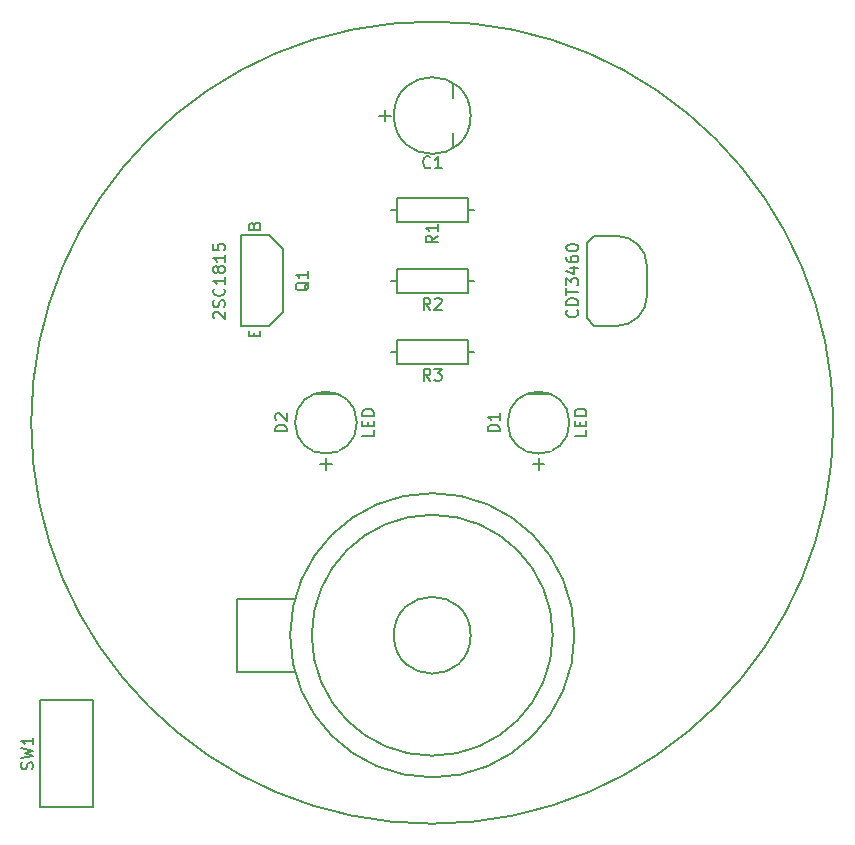
<source format=gto>
G04 #@! TF.FileFunction,Legend,Top*
%FSLAX46Y46*%
G04 Gerber Fmt 4.6, Leading zero omitted, Abs format (unit mm)*
G04 Created by KiCad (PCBNEW 4.0.2-stable) date 2016/06/28 0:10:47*
%MOMM*%
G01*
G04 APERTURE LIST*
%ADD10C,0.100000*%
%ADD11C,0.200000*%
%ADD12C,0.150000*%
%ADD13C,2.600000*%
%ADD14R,2.200000X2.200000*%
%ADD15C,2.200000*%
%ADD16R,2.000000X2.000000*%
%ADD17C,2.000000*%
%ADD18C,1.900000*%
%ADD19R,1.924000X1.924000*%
G04 APERTURE END LIST*
D10*
D11*
X181955854Y-103000000D02*
G75*
G03X181955854Y-103000000I-33955854J0D01*
G01*
D12*
X136300000Y-117900000D02*
X131500000Y-117900000D01*
X131500000Y-117900000D02*
X131500000Y-124100000D01*
X131500000Y-124100000D02*
X136300000Y-124100000D01*
X160032976Y-121000000D02*
G75*
G03X160032976Y-121000000I-12032976J0D01*
G01*
X158200490Y-121000000D02*
G75*
G03X158200490Y-121000000I-10200490J0D01*
G01*
X151250138Y-121000000D02*
G75*
G03X151250138Y-121000000I-3250138J0D01*
G01*
X149750000Y-79750000D02*
X149750000Y-78500000D01*
X149750000Y-74250000D02*
X149750000Y-75500000D01*
X151250000Y-77000000D02*
G75*
G03X151250000Y-77000000I-3250000J0D01*
G01*
X144000000Y-76500000D02*
X144000000Y-77500000D01*
X143750000Y-77000000D02*
X143500000Y-77000000D01*
X144500000Y-77000000D02*
X143750000Y-77000000D01*
X158000000Y-100600000D02*
X156000000Y-100600000D01*
X157500000Y-106500000D02*
X156500000Y-106500000D01*
X157000000Y-106000000D02*
X157000000Y-107000000D01*
X159617250Y-103000000D02*
G75*
G03X159617250Y-103000000I-2617250J0D01*
G01*
X140000000Y-100600000D02*
X138000000Y-100600000D01*
X139500000Y-106500000D02*
X138500000Y-106500000D01*
X139000000Y-106000000D02*
X139000000Y-107000000D01*
X141617250Y-103000000D02*
G75*
G03X141617250Y-103000000I-2617250J0D01*
G01*
X134200000Y-87090000D02*
X135400000Y-88290000D01*
X135400000Y-88290000D02*
X135400000Y-93590000D01*
X134200000Y-94790000D02*
X135400000Y-93590000D01*
X131800000Y-94790000D02*
X134200000Y-94790000D01*
X131800000Y-90990000D02*
X131800000Y-87090000D01*
X131800000Y-87090000D02*
X134200000Y-87090000D01*
X131800000Y-90990000D02*
X131800000Y-94790000D01*
X151000000Y-85000000D02*
X151500000Y-85000000D01*
X145000000Y-85000000D02*
X144500000Y-85000000D01*
X151000000Y-86000000D02*
X145000000Y-86000000D01*
X145000000Y-86000000D02*
X145000000Y-84000000D01*
X151000000Y-84000000D02*
X151000000Y-86000000D01*
X145000000Y-84000000D02*
X151000000Y-84000000D01*
X151000000Y-91000000D02*
X151500000Y-91000000D01*
X145000000Y-91000000D02*
X144500000Y-91000000D01*
X151000000Y-92000000D02*
X145000000Y-92000000D01*
X145000000Y-92000000D02*
X145000000Y-90000000D01*
X151000000Y-90000000D02*
X151000000Y-92000000D01*
X145000000Y-90000000D02*
X151000000Y-90000000D01*
X151000000Y-97000000D02*
X151500000Y-97000000D01*
X145000000Y-97000000D02*
X144500000Y-97000000D01*
X151000000Y-98000000D02*
X145000000Y-98000000D01*
X145000000Y-98000000D02*
X145000000Y-96000000D01*
X151000000Y-96000000D02*
X151000000Y-98000000D01*
X145000000Y-96000000D02*
X151000000Y-96000000D01*
X119250000Y-131000000D02*
X119250000Y-126500000D01*
X119250000Y-126500000D02*
X115000000Y-126500000D01*
X115000000Y-126500000D02*
X114750000Y-126500000D01*
X114750000Y-126500000D02*
X114750000Y-135500000D01*
X114750000Y-135500000D02*
X119250000Y-135500000D01*
X119250000Y-135500000D02*
X119250000Y-131000000D01*
X161095000Y-94175000D02*
X161095000Y-87825000D01*
X161095000Y-87825000D02*
X161730000Y-87190000D01*
X161730000Y-87190000D02*
X163635000Y-87190000D01*
X161095000Y-94175000D02*
X161730000Y-94810000D01*
X161730000Y-94810000D02*
X163635000Y-94810000D01*
X166175000Y-92270000D02*
X166175000Y-89730000D01*
X166175000Y-89730000D02*
G75*
G03X163635000Y-87190000I-2540000J0D01*
G01*
X163635000Y-94810000D02*
G75*
G03X166175000Y-92270000I0J2540000D01*
G01*
X147833334Y-81357143D02*
X147785715Y-81404762D01*
X147642858Y-81452381D01*
X147547620Y-81452381D01*
X147404762Y-81404762D01*
X147309524Y-81309524D01*
X147261905Y-81214286D01*
X147214286Y-81023810D01*
X147214286Y-80880952D01*
X147261905Y-80690476D01*
X147309524Y-80595238D01*
X147404762Y-80500000D01*
X147547620Y-80452381D01*
X147642858Y-80452381D01*
X147785715Y-80500000D01*
X147833334Y-80547619D01*
X148785715Y-81452381D02*
X148214286Y-81452381D01*
X148500000Y-81452381D02*
X148500000Y-80452381D01*
X148404762Y-80595238D01*
X148309524Y-80690476D01*
X148214286Y-80738095D01*
X153702381Y-103738095D02*
X152702381Y-103738095D01*
X152702381Y-103500000D01*
X152750000Y-103357142D01*
X152845238Y-103261904D01*
X152940476Y-103214285D01*
X153130952Y-103166666D01*
X153273810Y-103166666D01*
X153464286Y-103214285D01*
X153559524Y-103261904D01*
X153654762Y-103357142D01*
X153702381Y-103500000D01*
X153702381Y-103738095D01*
X153702381Y-102214285D02*
X153702381Y-102785714D01*
X153702381Y-102500000D02*
X152702381Y-102500000D01*
X152845238Y-102595238D01*
X152940476Y-102690476D01*
X152988095Y-102785714D01*
X161052381Y-103642857D02*
X161052381Y-104119048D01*
X160052381Y-104119048D01*
X160528571Y-103309524D02*
X160528571Y-102976190D01*
X161052381Y-102833333D02*
X161052381Y-103309524D01*
X160052381Y-103309524D01*
X160052381Y-102833333D01*
X161052381Y-102404762D02*
X160052381Y-102404762D01*
X160052381Y-102166667D01*
X160100000Y-102023809D01*
X160195238Y-101928571D01*
X160290476Y-101880952D01*
X160480952Y-101833333D01*
X160623810Y-101833333D01*
X160814286Y-101880952D01*
X160909524Y-101928571D01*
X161004762Y-102023809D01*
X161052381Y-102166667D01*
X161052381Y-102404762D01*
X135702381Y-103738095D02*
X134702381Y-103738095D01*
X134702381Y-103500000D01*
X134750000Y-103357142D01*
X134845238Y-103261904D01*
X134940476Y-103214285D01*
X135130952Y-103166666D01*
X135273810Y-103166666D01*
X135464286Y-103214285D01*
X135559524Y-103261904D01*
X135654762Y-103357142D01*
X135702381Y-103500000D01*
X135702381Y-103738095D01*
X134797619Y-102785714D02*
X134750000Y-102738095D01*
X134702381Y-102642857D01*
X134702381Y-102404761D01*
X134750000Y-102309523D01*
X134797619Y-102261904D01*
X134892857Y-102214285D01*
X134988095Y-102214285D01*
X135130952Y-102261904D01*
X135702381Y-102833333D01*
X135702381Y-102214285D01*
X143052381Y-103642857D02*
X143052381Y-104119048D01*
X142052381Y-104119048D01*
X142528571Y-103309524D02*
X142528571Y-102976190D01*
X143052381Y-102833333D02*
X143052381Y-103309524D01*
X142052381Y-103309524D01*
X142052381Y-102833333D01*
X143052381Y-102404762D02*
X142052381Y-102404762D01*
X142052381Y-102166667D01*
X142100000Y-102023809D01*
X142195238Y-101928571D01*
X142290476Y-101880952D01*
X142480952Y-101833333D01*
X142623810Y-101833333D01*
X142814286Y-101880952D01*
X142909524Y-101928571D01*
X143004762Y-102023809D01*
X143052381Y-102166667D01*
X143052381Y-102404762D01*
X137547619Y-91095238D02*
X137500000Y-91190476D01*
X137404762Y-91285714D01*
X137261905Y-91428571D01*
X137214286Y-91523810D01*
X137214286Y-91619048D01*
X137452381Y-91571429D02*
X137404762Y-91666667D01*
X137309524Y-91761905D01*
X137119048Y-91809524D01*
X136785714Y-91809524D01*
X136595238Y-91761905D01*
X136500000Y-91666667D01*
X136452381Y-91571429D01*
X136452381Y-91380952D01*
X136500000Y-91285714D01*
X136595238Y-91190476D01*
X136785714Y-91142857D01*
X137119048Y-91142857D01*
X137309524Y-91190476D01*
X137404762Y-91285714D01*
X137452381Y-91380952D01*
X137452381Y-91571429D01*
X137452381Y-90190476D02*
X137452381Y-90761905D01*
X137452381Y-90476191D02*
X136452381Y-90476191D01*
X136595238Y-90571429D01*
X136690476Y-90666667D01*
X136738095Y-90761905D01*
X129547619Y-94166667D02*
X129500000Y-94119048D01*
X129452381Y-94023810D01*
X129452381Y-93785714D01*
X129500000Y-93690476D01*
X129547619Y-93642857D01*
X129642857Y-93595238D01*
X129738095Y-93595238D01*
X129880952Y-93642857D01*
X130452381Y-94214286D01*
X130452381Y-93595238D01*
X130404762Y-93214286D02*
X130452381Y-93071429D01*
X130452381Y-92833333D01*
X130404762Y-92738095D01*
X130357143Y-92690476D01*
X130261905Y-92642857D01*
X130166667Y-92642857D01*
X130071429Y-92690476D01*
X130023810Y-92738095D01*
X129976190Y-92833333D01*
X129928571Y-93023810D01*
X129880952Y-93119048D01*
X129833333Y-93166667D01*
X129738095Y-93214286D01*
X129642857Y-93214286D01*
X129547619Y-93166667D01*
X129500000Y-93119048D01*
X129452381Y-93023810D01*
X129452381Y-92785714D01*
X129500000Y-92642857D01*
X130357143Y-91642857D02*
X130404762Y-91690476D01*
X130452381Y-91833333D01*
X130452381Y-91928571D01*
X130404762Y-92071429D01*
X130309524Y-92166667D01*
X130214286Y-92214286D01*
X130023810Y-92261905D01*
X129880952Y-92261905D01*
X129690476Y-92214286D01*
X129595238Y-92166667D01*
X129500000Y-92071429D01*
X129452381Y-91928571D01*
X129452381Y-91833333D01*
X129500000Y-91690476D01*
X129547619Y-91642857D01*
X130452381Y-90690476D02*
X130452381Y-91261905D01*
X130452381Y-90976191D02*
X129452381Y-90976191D01*
X129595238Y-91071429D01*
X129690476Y-91166667D01*
X129738095Y-91261905D01*
X129880952Y-90119048D02*
X129833333Y-90214286D01*
X129785714Y-90261905D01*
X129690476Y-90309524D01*
X129642857Y-90309524D01*
X129547619Y-90261905D01*
X129500000Y-90214286D01*
X129452381Y-90119048D01*
X129452381Y-89928571D01*
X129500000Y-89833333D01*
X129547619Y-89785714D01*
X129642857Y-89738095D01*
X129690476Y-89738095D01*
X129785714Y-89785714D01*
X129833333Y-89833333D01*
X129880952Y-89928571D01*
X129880952Y-90119048D01*
X129928571Y-90214286D01*
X129976190Y-90261905D01*
X130071429Y-90309524D01*
X130261905Y-90309524D01*
X130357143Y-90261905D01*
X130404762Y-90214286D01*
X130452381Y-90119048D01*
X130452381Y-89928571D01*
X130404762Y-89833333D01*
X130357143Y-89785714D01*
X130261905Y-89738095D01*
X130071429Y-89738095D01*
X129976190Y-89785714D01*
X129928571Y-89833333D01*
X129880952Y-89928571D01*
X130452381Y-88785714D02*
X130452381Y-89357143D01*
X130452381Y-89071429D02*
X129452381Y-89071429D01*
X129595238Y-89166667D01*
X129690476Y-89261905D01*
X129738095Y-89357143D01*
X129452381Y-87880952D02*
X129452381Y-88357143D01*
X129928571Y-88404762D01*
X129880952Y-88357143D01*
X129833333Y-88261905D01*
X129833333Y-88023809D01*
X129880952Y-87928571D01*
X129928571Y-87880952D01*
X130023810Y-87833333D01*
X130261905Y-87833333D01*
X130357143Y-87880952D01*
X130404762Y-87928571D01*
X130452381Y-88023809D01*
X130452381Y-88261905D01*
X130404762Y-88357143D01*
X130357143Y-88404762D01*
X132928571Y-86318571D02*
X132976190Y-86175714D01*
X133023810Y-86128095D01*
X133119048Y-86080476D01*
X133261905Y-86080476D01*
X133357143Y-86128095D01*
X133404762Y-86175714D01*
X133452381Y-86270952D01*
X133452381Y-86651905D01*
X132452381Y-86651905D01*
X132452381Y-86318571D01*
X132500000Y-86223333D01*
X132547619Y-86175714D01*
X132642857Y-86128095D01*
X132738095Y-86128095D01*
X132833333Y-86175714D01*
X132880952Y-86223333D01*
X132928571Y-86318571D01*
X132928571Y-86651905D01*
X132928571Y-95704286D02*
X132928571Y-95370952D01*
X133452381Y-95228095D02*
X133452381Y-95704286D01*
X132452381Y-95704286D01*
X132452381Y-95228095D01*
X148452381Y-87166666D02*
X147976190Y-87500000D01*
X148452381Y-87738095D02*
X147452381Y-87738095D01*
X147452381Y-87357142D01*
X147500000Y-87261904D01*
X147547619Y-87214285D01*
X147642857Y-87166666D01*
X147785714Y-87166666D01*
X147880952Y-87214285D01*
X147928571Y-87261904D01*
X147976190Y-87357142D01*
X147976190Y-87738095D01*
X148452381Y-86214285D02*
X148452381Y-86785714D01*
X148452381Y-86500000D02*
X147452381Y-86500000D01*
X147595238Y-86595238D01*
X147690476Y-86690476D01*
X147738095Y-86785714D01*
X147833334Y-93452381D02*
X147500000Y-92976190D01*
X147261905Y-93452381D02*
X147261905Y-92452381D01*
X147642858Y-92452381D01*
X147738096Y-92500000D01*
X147785715Y-92547619D01*
X147833334Y-92642857D01*
X147833334Y-92785714D01*
X147785715Y-92880952D01*
X147738096Y-92928571D01*
X147642858Y-92976190D01*
X147261905Y-92976190D01*
X148214286Y-92547619D02*
X148261905Y-92500000D01*
X148357143Y-92452381D01*
X148595239Y-92452381D01*
X148690477Y-92500000D01*
X148738096Y-92547619D01*
X148785715Y-92642857D01*
X148785715Y-92738095D01*
X148738096Y-92880952D01*
X148166667Y-93452381D01*
X148785715Y-93452381D01*
X147833334Y-99452381D02*
X147500000Y-98976190D01*
X147261905Y-99452381D02*
X147261905Y-98452381D01*
X147642858Y-98452381D01*
X147738096Y-98500000D01*
X147785715Y-98547619D01*
X147833334Y-98642857D01*
X147833334Y-98785714D01*
X147785715Y-98880952D01*
X147738096Y-98928571D01*
X147642858Y-98976190D01*
X147261905Y-98976190D01*
X148166667Y-98452381D02*
X148785715Y-98452381D01*
X148452381Y-98833333D01*
X148595239Y-98833333D01*
X148690477Y-98880952D01*
X148738096Y-98928571D01*
X148785715Y-99023810D01*
X148785715Y-99261905D01*
X148738096Y-99357143D01*
X148690477Y-99404762D01*
X148595239Y-99452381D01*
X148309524Y-99452381D01*
X148214286Y-99404762D01*
X148166667Y-99357143D01*
X114154762Y-132333333D02*
X114202381Y-132190476D01*
X114202381Y-131952380D01*
X114154762Y-131857142D01*
X114107143Y-131809523D01*
X114011905Y-131761904D01*
X113916667Y-131761904D01*
X113821429Y-131809523D01*
X113773810Y-131857142D01*
X113726190Y-131952380D01*
X113678571Y-132142857D01*
X113630952Y-132238095D01*
X113583333Y-132285714D01*
X113488095Y-132333333D01*
X113392857Y-132333333D01*
X113297619Y-132285714D01*
X113250000Y-132238095D01*
X113202381Y-132142857D01*
X113202381Y-131904761D01*
X113250000Y-131761904D01*
X113202381Y-131428571D02*
X114202381Y-131190476D01*
X113488095Y-130999999D01*
X114202381Y-130809523D01*
X113202381Y-130571428D01*
X114202381Y-129666666D02*
X114202381Y-130238095D01*
X114202381Y-129952381D02*
X113202381Y-129952381D01*
X113345238Y-130047619D01*
X113440476Y-130142857D01*
X113488095Y-130238095D01*
X160257143Y-93476190D02*
X160304762Y-93523809D01*
X160352381Y-93666666D01*
X160352381Y-93761904D01*
X160304762Y-93904762D01*
X160209524Y-94000000D01*
X160114286Y-94047619D01*
X159923810Y-94095238D01*
X159780952Y-94095238D01*
X159590476Y-94047619D01*
X159495238Y-94000000D01*
X159400000Y-93904762D01*
X159352381Y-93761904D01*
X159352381Y-93666666D01*
X159400000Y-93523809D01*
X159447619Y-93476190D01*
X160352381Y-93047619D02*
X159352381Y-93047619D01*
X159352381Y-92809524D01*
X159400000Y-92666666D01*
X159495238Y-92571428D01*
X159590476Y-92523809D01*
X159780952Y-92476190D01*
X159923810Y-92476190D01*
X160114286Y-92523809D01*
X160209524Y-92571428D01*
X160304762Y-92666666D01*
X160352381Y-92809524D01*
X160352381Y-93047619D01*
X159352381Y-92190476D02*
X159352381Y-91619047D01*
X160352381Y-91904762D02*
X159352381Y-91904762D01*
X159352381Y-91380952D02*
X159352381Y-90761904D01*
X159733333Y-91095238D01*
X159733333Y-90952380D01*
X159780952Y-90857142D01*
X159828571Y-90809523D01*
X159923810Y-90761904D01*
X160161905Y-90761904D01*
X160257143Y-90809523D01*
X160304762Y-90857142D01*
X160352381Y-90952380D01*
X160352381Y-91238095D01*
X160304762Y-91333333D01*
X160257143Y-91380952D01*
X159685714Y-89904761D02*
X160352381Y-89904761D01*
X159304762Y-90142857D02*
X160019048Y-90380952D01*
X160019048Y-89761904D01*
X159352381Y-88952380D02*
X159352381Y-89142857D01*
X159400000Y-89238095D01*
X159447619Y-89285714D01*
X159590476Y-89380952D01*
X159780952Y-89428571D01*
X160161905Y-89428571D01*
X160257143Y-89380952D01*
X160304762Y-89333333D01*
X160352381Y-89238095D01*
X160352381Y-89047618D01*
X160304762Y-88952380D01*
X160257143Y-88904761D01*
X160161905Y-88857142D01*
X159923810Y-88857142D01*
X159828571Y-88904761D01*
X159780952Y-88952380D01*
X159733333Y-89047618D01*
X159733333Y-89238095D01*
X159780952Y-89333333D01*
X159828571Y-89380952D01*
X159923810Y-89428571D01*
X159352381Y-88238095D02*
X159352381Y-88142856D01*
X159400000Y-88047618D01*
X159447619Y-87999999D01*
X159542857Y-87952380D01*
X159733333Y-87904761D01*
X159971429Y-87904761D01*
X160161905Y-87952380D01*
X160257143Y-87999999D01*
X160304762Y-88047618D01*
X160352381Y-88142856D01*
X160352381Y-88238095D01*
X160304762Y-88333333D01*
X160257143Y-88380952D01*
X160161905Y-88428571D01*
X159971429Y-88476190D01*
X159733333Y-88476190D01*
X159542857Y-88428571D01*
X159447619Y-88380952D01*
X159400000Y-88333333D01*
X159352381Y-88238095D01*
%LPC*%
D13*
X133500000Y-121000000D03*
X153500000Y-121000000D03*
D14*
X146500000Y-77000000D03*
D15*
X149500000Y-77000000D03*
X157000000Y-101730000D03*
D14*
X157000000Y-104270000D03*
D15*
X139000000Y-101730000D03*
D14*
X139000000Y-104270000D03*
D16*
X133000000Y-93540000D03*
D17*
X133000000Y-91000000D03*
X133000000Y-88460000D03*
D15*
X142920000Y-85000000D03*
D14*
X153080000Y-85000000D03*
D15*
X142920000Y-91000000D03*
D14*
X153080000Y-91000000D03*
D15*
X142920000Y-97000000D03*
D14*
X153080000Y-97000000D03*
D18*
X117000000Y-129000000D03*
X117000000Y-131000000D03*
X117000000Y-133000000D03*
D19*
X163000000Y-93540000D03*
D17*
X163000000Y-91000000D03*
X163000000Y-88460000D03*
M02*

</source>
